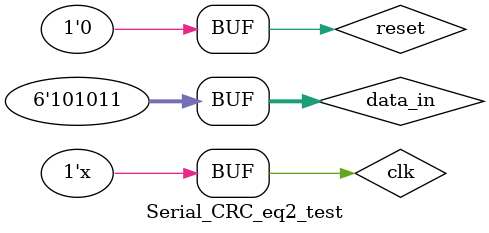
<source format=v>
`timescale 1ns / 1ps


module Serial_CRC_eq2_test;

	// Inputs
	reg clk;
	reg reset;
	reg [5:0] data_in;

	// Outputs
	wire [4:0] data_out;

	// Instantiate the Unit Under Test (UUT)
	Serial_CRC_eq2 uut (
		.clk(clk), 
		.reset(reset), 
		.data_in(data_in), 
		.data_out(data_out)
	);

	initial begin
		// Initialize Inputs
		clk = 0;
		reset = 1;
		data_in = 10'b101011;
		//data_in = 10'b111111;
		#1
		reset = 0;

	end
      
		always #1 clk = ~clk;
      
endmodule



</source>
